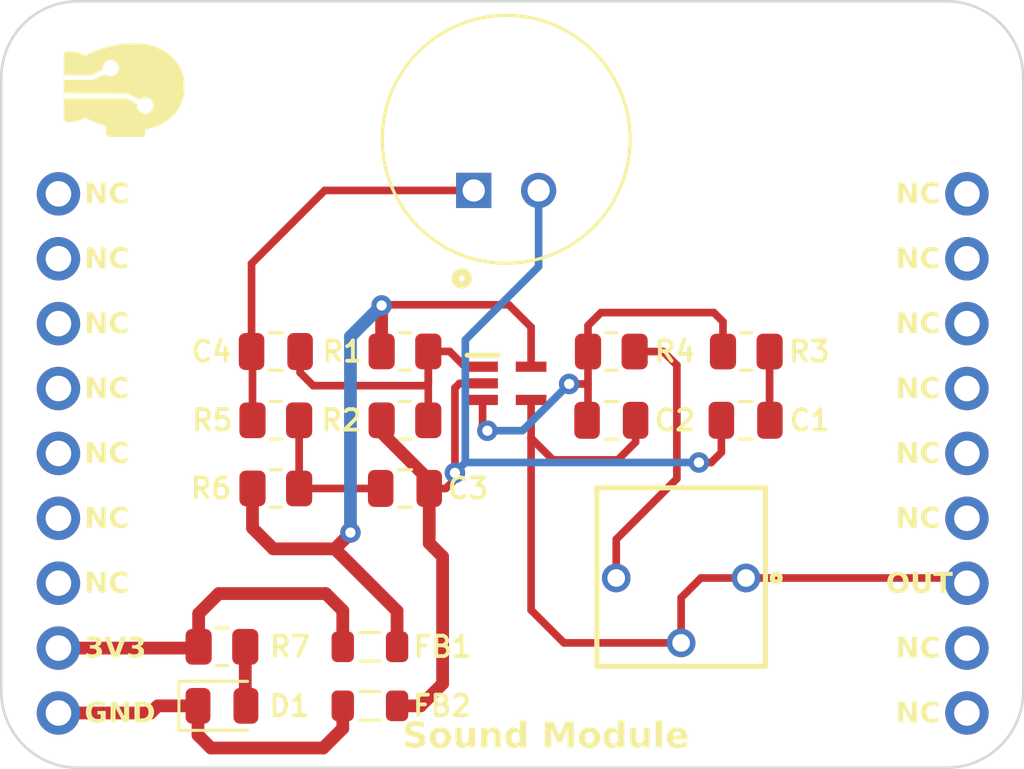
<source format=kicad_pcb>
(kicad_pcb (version 20221018) (generator pcbnew)
  (layers (0 "F.Cu" signal) (31 "B.Cu" signal) (34 "B.Paste" user) (35 "F.Paste" user) (36 "B.SilkS" user "B.Silkscreen") (37 "F.SilkS" user "F.Silkscreen") (38 "B.Mask" user) (39 "F.Mask" user) (44 "Edge.Cuts" user))
  (net 0 "")
  (net 1 "GND")
  (net 2 "Net-(C1-Pad2)")
  (net 3 "OUT")
  (net 4 "Net-(U1-IN-)")
  (net 5 "Net-(C3-Pad2)")
  (net 6 "Net-(U1-IN+)")
  (net 7 "Net-(C4-Pad2)")
  (net 8 "Net-(D1-A)")
  (net 9 "Net-(R4-Pad2)")
  (net 10 "+3V3")
  (net 26 "+3.3VA")
  (net 27 "GND1")
  (footprint "LED_SMD:LED_0805_2012Metric" (layer "F.Cu") (at 48.1838 69.5198)
    (fp_text reference "D1" (at 2.6416 0) (layer "F.SilkS") (effects (font (size 0.8 0.8) (thickness 0.15) bold)))
    (fp_text value "LED" hide)
    (fp_line (start -1.685 -0.96) (end -1.685 0.96) (stroke (width 0.12)) (layer "F.SilkS"))
    (fp_line (start -1.685 0.96) (end 1 0.96) (stroke (width 0.12)) (layer "F.SilkS"))
    (fp_line (start 1 -0.96) (end -1.685 -0.96) (stroke (width 0.12)) (layer "F.SilkS"))
    (pad "1" smd roundrect (at -0.9375 0) (size 0.975 1.4) (layers "F.Cu" "F.Paste" "F.Mask") (net 1 "GND"))
    (pad "2" smd roundrect (at 0.9375 0) (size 0.975 1.4) (layers "F.Cu" "F.Paste" "F.Mask") (net 8 "Net-(D1-A)"))
  )
  (footprint "Resistor_SMD:R_0805_2012Metric" (layer "F.Cu") (at 50.292 58.3438)
    (fp_text reference "R5" (at -2.4892 0) (layer "F.SilkS") (effects (font (size 0.8 0.8) (thickness 0.15) bold)))
    (fp_text value "1k" hide)
    (fp_line (start -0.227064 -0.735) (end 0.227064 -0.735) (stroke (width 0.12)) (layer "F.SilkS"))
    (fp_line (start -0.227064 0.735) (end 0.227064 0.735) (stroke (width 0.12)) (layer "F.SilkS"))
    (pad "1" smd roundrect (at -0.9125 0) (size 1.025 1.4) (layers "F.Cu" "F.Paste" "F.Mask") (roundrect_rratio 0.243902) (net 7 "Net-(C4-Pad2)"))
    (pad "2" smd roundrect (at 0.9125 0) (size 1.025 1.4) (layers "F.Cu" "F.Paste" "F.Mask") (roundrect_rratio 0.243902) (net 5 "Net-(C3-Pad2)"))
  )
  (footprint "Moduler_:pin_header" (layer "F.Cu") (at 59.309 60.1472)
    (fp_text reference "U2" hide)
    (fp_text value "~" hide)
    (fp_text user "NC" (at -16.51 2.54 unlocked) (layer "F.SilkS") (effects (font (size 0.8 0.8) (thickness 0.2) bold) (justify left bottom)))
    (fp_text user "NC" (at 15.24 10.16 unlocked) (layer "F.SilkS") (effects (font (size 0.8 0.8) (thickness 0.2) bold) (justify left bottom)))
    (fp_text user "NC" (at 15.24 -7.62 unlocked) (layer "F.SilkS") (effects (font (size 0.8 0.8) (thickness 0.2) bold) (justify left bottom)))
    (fp_text user "NC" (at 15.24 2.54 unlocked) (layer "F.SilkS") (effects (font (size 0.8 0.8) (thickness 0.2) bold) (justify left bottom)))
    (fp_text user "NC" (at -16.51 -2.54 unlocked) (layer "F.SilkS") (effects (font (size 0.8 0.8) (thickness 0.2) bold) (justify left bottom)))
    (fp_text user "Sound Module" (at -4.064 11.176 unlocked) (layer "F.SilkS") (effects (font (thickness 0.2) bold) (justify left bottom)))
    (fp_text user "NC" (at -16.51 -5.08 unlocked) (layer "F.SilkS") (effects (font (size 0.8 0.8) (thickness 0.2) bold) (justify left bottom)))
    (fp_text user "NC" (at -16.51 -10.16 unlocked) (layer "F.SilkS") (effects (font (size 0.8 0.8) (thickness 0.2) bold) (justify left bottom)))
    (fp_text user "3V3" (at -16.51 7.62 unlocked) (layer "F.SilkS") (effects (font (size 0.8 0.8) (thickness 0.2) bold) (justify left bottom)))
    (fp_text user "NC" (at 15.24 -2.54 unlocked) (layer "F.SilkS") (effects (font (size 0.8 0.8) (thickness 0.2) bold) (justify left bottom)))
    (fp_text user "OUT" (at 14.859 5.08 unlocked) (layer "F.SilkS") (effects (font (size 0.8 0.8) (thickness 0.2) bold) (justify left bottom)))
    (fp_text user "NC" (at 15.24 -5.08 unlocked) (layer "F.SilkS") (effects (font (size 0.8 0.8) (thickness 0.2) bold) (justify left bottom)))
    (fp_text user "NC" (at -16.51 5.08 unlocked) (layer "F.SilkS") (effects (font (size 0.8 0.8) (thickness 0.2) bold) (justify left bottom)))
    (fp_text user "NC" (at -16.51 -7.62 unlocked) (layer "F.SilkS") (effects (font (size 0.8 0.8) (thickness 0.2) bold) (justify left bottom)))
    (fp_text user "NC" (at 15.24 0 unlocked) (layer "F.SilkS") (effects (font (size 0.8 0.8) (thickness 0.2) bold) (justify left bottom)))
    (fp_text user "NC" (at 15.24 -10.16 unlocked) (layer "F.SilkS") (effects (font (size 0.8 0.8) (thickness 0.2) bold) (justify left bottom)))
    (fp_text user "NC" (at 15.24 7.62 unlocked) (layer "F.SilkS") (effects (font (size 0.8 0.8) (thickness 0.2) bold) (justify left bottom)))
    (fp_text user "GND" (at -16.51 10.16 unlocked) (layer "F.SilkS") (effects (font (size 0.8 0.8) (thickness 0.2) bold) (justify left bottom)))
    (fp_text user "NC" (at -16.51 0 unlocked) (layer "F.SilkS") (effects (font (size 0.8 0.8) (thickness 0.2) bold) (justify left bottom)))
    (fp_poly (pts (xy -14.485582 -16.559009) (xy -14.360573 -16.554745) (xy -14.248636 -16.54798) (xy -14.157002 -16.538775) (xy -14.117924 -16.532703) (xy -13.929469 -16.491549) (xy -13.759531 -16.440533) (xy -13.595569 -16.375574) (xy -13.505604 -16.333511) (xy -13.302009 -16.218091) (xy -13.123321 -16.083397) (xy -12.969118 -15.928915) (xy -12.838978 -15.754131) (xy -12.73248 -15.558531) (xy -12.6492 -15.3416) (xy -12.625721 -15.261504) (xy -12.612959 -15.20932) (xy -12.603846 -15.156964) (xy -12.597806 -15.097579) (xy -12.594264 -15.024306) (xy -12.592645 -14.930288) (xy -12.59236 -14.863654) (xy -12.592671 -14.758539) (xy -12.594379 -14.67766) (xy -12.598173 -14.613669) (xy -12.604739 -14.559219) (xy -12.614766 -14.506962) (xy -12.628942 -14.449549) (xy -12.632287 -14.43698) (xy -12.705714 -14.221543) (xy -12.805363 -14.022972) (xy -12.930147 -13.842253) (xy -13.078978 -13.68037) (xy -13.250768 -13.538308) (xy -13.444431 -13.417053) (xy -13.658878 -13.317589) (xy -13.893022 -13.240901) (xy -13.975535 -13.220506) (xy -14.129547 -13.185381) (xy -14.129547 -13.083439) (xy -14.131087 -13.025365) (xy -14.138019 -12.987709) (xy -14.153807 -12.959356) (xy -14.17572 -12.935324) (xy -14.221893 -12.889151) (xy -14.898388 -12.889632) (xy -15.093554 -12.890179) (xy -15.257188 -12.891522) (xy -15.389336 -12.893662) (xy -15.490047 -12.896601) (xy -15.559371 -12.900339) (xy -15.597354 -12.904877) (xy -15.604006 -12.907041) (xy -15.639705 -12.944721) (xy -15.663541 -13.009816) (xy -15.675744 -13.103144) (xy -15.677582 -13.169023) (xy -15.677607 -13.307746) (xy -15.877323 -13.375342) (xy -15.973613 -13.410249) (xy -16.083694 -13.453796) (xy -16.193274 -13.500154) (xy -16.27912 -13.539209) (xy -16.481202 -13.63548) (xy -16.625058 -13.577237) (xy -16.814264 -13.51298) (xy -16.995657 -13.477073) (xy -17.112214 -13.468483) (xy -17.172568 -13.467793) (xy -17.210949 -13.471228) (xy -17.236949 -13.481681) (xy -17.260163 -13.502045) (xy -17.274123 -13.517292) (xy -17.320343 -13.568879) (xy -17.320343 -13.987224) (xy -17.320343 -14.405569) (xy -16.086926 -14.405569) (xy -14.85351 -14.405569) (xy -14.643801 -14.294889) (xy -14.56284 -14.251731) (xy -14.506066 -14.219928) (xy -14.469493 -14.196546) (xy -14.449134 -14.178651) (xy -14.441003 -14.163308) (xy -14.441111 -14.147581) (xy -14.441413 -14.14592) (xy -14.43976 -14.092795) (xy -14.421236 -14.027967) (xy -14.3904 -13.962942) (xy -14.35181 -13.909228) (xy -14.344762 -13.902005) (xy -14.296227 -13.865834) (xy -14.236644 -13.835404) (xy -14.214799 -13.827587) (xy -14.121045 -13.813694) (xy -14.033382 -13.827179) (xy -13.955509 -13.863953) (xy -13.891126 -13.919926) (xy -13.843932 -13.991011) (xy -13.817627 -14.073118) (xy -13.815911 -14.162158) (xy -13.838074 -14.243952) (xy -13.888707 -14.328311) (xy -13.95777 -14.389514) (xy -14.040589 -14.425955) (xy -14.132494 -14.436027) (xy -14.228811 -14.418125) (xy -14.281052 -14.396241) (xy -14.36193 -14.355321) (xy -14.581404 -14.471272) (xy -14.800878 -14.587224) (xy -16.06061 -14.591538) (xy -17.320343 -14.595853) (xy -17.320343 -14.86402) (xy -17.320343 -15.132186) (xy -16.736108 -15.132186) (xy -16.151873 -15.132186) (xy -15.92364 -15.25081) (xy -15.825628 -15.300328) (xy -15.752835 -15.333929) (xy -15.705794 -15.351385) (xy -15.685044 -15.352471) (xy -15.684533 -15.351839) (xy -15.664369 -15.334981) (xy -15.626413 -15.313259) (xy -15.608475 -15.304645) (xy -15.517344 -15.278515) (xy -15.42868 -15.280387) (xy -15.34665 -15.306716) (xy -15.27542 -15.353956) (xy -15.219157 -15.418565) (xy -15.182028 -15.496995) (xy -15.1682 -15.585704) (xy -15.178799 -15.670169) (xy -15.216089 -15.756834) (xy -15.2752 -15.826154) (xy -15.350432 -15.875231) (xy -15.436087 -15.901168) (xy -15.526465 -15.901066) (xy -15.594919 -15.881743) (xy -15.679764 -15.831605) (xy -15.7402 -15.761879) (xy -15.776844 -15.671686) (xy -15.787538 -15.6087) (xy -15.796027 -15.524455) (xy -16.008245 -15.415199) (xy -16.220463 -15.305942) (xy -16.770403 -15.305942) (xy -17.320343 -15.305942) (xy -17.320343 -15.73365) (xy -17.320343 -16.161358) (xy -17.27417 -16.207531) (xy -17.247441 -16.231634) (xy -17.221044 -16.24546) (xy -17.185152 -16.251797) (xy -17.129936 -16.253429) (xy -17.112261 -16.253429) (xy -16.965134 -16.242789) (xy -16.813828 -16.210492) (xy -16.650907 -16.15493) (xy -16.643254 -16.151886) (xy -16.580147 -16.127507) (xy -16.526736 -16.108472) (xy -16.490695 -16.097439) (xy -16.481152 -16.095743) (xy -16.459332 -16.102404) (xy -16.415439 -16.120594) (xy -16.35561 -16.147624) (xy -16.285983 -16.180807) (xy -16.277762 -16.184828) (xy -16.053998 -16.282606) (xy -15.80365 -16.369931) (xy -15.530295 -16.445763) (xy -15.237504 -16.509065) (xy -15.053614 -16.540657) (xy -14.971712 -16.549822) (xy -14.866727 -16.556178) (xy -14.74589 -16.559787) (xy -14.616431 -16.56071)) (fill solid) (layer "F.SilkS"))
    (fp_poly (pts (xy -19.759475 -15.361112) (xy -19.747896 -15.5134) (xy -19.728827 -15.663474) (xy -19.702457 -15.811146) (xy -19.668975 -15.956226) (xy -19.628568 -16.098527) (xy -19.581426 -16.23786) (xy -19.527736 -16.374037) (xy -19.467687 -16.506869) (xy -19.401468 -16.636168) (xy -19.329267 -16.761745) (xy -19.251272 -16.883413) (xy -19.167671 -17.000982) (xy -19.078654 -17.114264) (xy -18.984408 -17.223072) (xy -18.885122 -17.327215) (xy -18.780984 -17.426507) (xy -18.672182 -17.520758) (xy -18.558906 -17.609781) (xy -18.441343 -17.693386) (xy -18.319683 -17.771386) (xy -18.194112 -17.843591) (xy -18.06482 -17.909814) (xy -17.931995 -17.969866) (xy -17.795826 -18.023559) (xy -17.6565 -18.070704) (xy -17.514207 -18.111113) (xy -17.369134 -18.144597) (xy -17.221471 -18.170968) (xy -17.071405 -18.190038) (xy -16.919125 -18.201619) (xy -16.764819 -18.20552) (xy 17.238832 -18.20552) (xy 17.393137 -18.201619) (xy 17.545417 -18.190038) (xy 17.695483 -18.170968) (xy 17.843146 -18.144597) (xy 17.988219 -18.111113) (xy 18.130512 -18.070704) (xy 18.269837 -18.023559) (xy 18.406006 -17.969866) (xy 18.538831 -17.909814) (xy 18.668123 -17.843591) (xy 18.793694 -17.771386) (xy 18.915355 -17.693386) (xy 19.032917 -17.609781) (xy 19.146194 -17.520758) (xy 19.254995 -17.426507) (xy 19.359133 -17.327215) (xy 19.458419 -17.223072) (xy 19.552665 -17.114264) (xy 19.641683 -17.000982) (xy 19.725284 -16.883413) (xy 19.803279 -16.761745) (xy 19.87548 -16.636168) (xy 19.9417 -16.506869) (xy 20.001748 -16.374037) (xy 20.055438 -16.23786) (xy 20.102581 -16.098527) (xy 20.142987 -15.956226) (xy 20.17647 -15.811146) (xy 20.20284 -15.663474) (xy 20.221909 -15.5134) (xy 20.233488 -15.361112) (xy 20.23739 -15.206798) (xy 20.23739 8.797094) (xy 20.233488 8.951408) (xy 20.221909 9.103696) (xy 20.20284 9.25377) (xy 20.17647 9.401441) (xy 20.142987 9.546522) (xy 20.102581 9.688822) (xy 20.055438 9.828155) (xy 20.001748 9.964332) (xy 19.9417 10.097164) (xy 19.87548 10.226463) (xy 19.803279 10.352041) (xy 19.725284 10.473708) (xy 19.641683 10.591278) (xy 19.552665 10.70456) (xy 19.458419 10.813367) (xy 19.359133 10.917511) (xy 19.254995 11.016803) (xy 19.146194 11.111054) (xy 19.032917 11.200077) (xy 18.915355 11.283682) (xy 18.793694 11.361681) (xy 18.668123 11.433887) (xy 18.538831 11.50011) (xy 18.406006 11.560162) (xy 18.269837 11.613855) (xy 18.130512 11.661) (xy 17.988219 11.701409) (xy 17.843146 11.734893) (xy 17.695483 11.761265) (xy 17.545417 11.780334) (xy 17.393137 11.791915) (xy 17.238832 11.795817) (xy -16.764819 11.795817) (xy -16.919125 11.791915) (xy -17.071405 11.780334) (xy -17.221471 11.761265) (xy -17.369134 11.734893) (xy -17.514207 11.701409) (xy -17.6565 11.661) (xy -17.795826 11.613855) (xy -17.931995 11.560162) (xy -18.06482 11.50011) (xy -18.194112 11.433887) (xy -18.319683 11.361681) (xy -18.441343 11.283682) (xy -18.558906 11.200077) (xy -18.672182 11.111054) (xy -18.780984 11.016803) (xy -18.885122 10.917511) (xy -18.984408 10.813367) (xy -19.078654 10.70456) (xy -19.167671 10.591278) (xy -19.251272 10.473708) (xy -19.329267 10.352041) (xy -19.401468 10.226463) (xy -19.467687 10.097164) (xy -19.527736 9.964332) (xy -19.581426 9.828155) (xy -19.628568 9.688822) (xy -19.668975 9.546522) (xy -19.702457 9.401441) (xy -19.728827 9.25377) (xy -19.747896 9.103696) (xy -19.759475 8.951408) (xy -19.763377 8.797094) (xy -19.763377 -15.206798)) (stroke (width 0.1)) (fill none) (layer "Edge.Cuts"))
    (pad "1" thru_hole oval (at -17.526 -10.668) (size 1.7 1.7) (drill 1) (layers "*.Cu" "*.Mask"))
    (pad "2" thru_hole oval (at -17.526 -8.128) (size 1.7 1.7) (drill 1) (layers "*.Cu" "*.Mask"))
    (pad "3" thru_hole oval (at -17.526 -5.588) (size 1.7 1.7) (drill 1) (layers "*.Cu" "*.Mask"))
    (pad "4" thru_hole oval (at -17.526 -3.048) (size 1.7 1.7) (drill 1) (layers "*.Cu" "*.Mask"))
    (pad "5" thru_hole oval (at -17.526 -0.508) (size 1.7 1.7) (drill 1) (layers "*.Cu" "*.Mask"))
    (pad "6" thru_hole oval (at -17.526 2.032) (size 1.7 1.7) (drill 1) (layers "*.Cu" "*.Mask"))
    (pad "7" thru_hole oval (at -17.526 4.572) (size 1.7 1.7) (drill 1) (layers "*.Cu" "*.Mask"))
    (pad "8" thru_hole oval (at -17.526 7.112) (size 1.7 1.7) (drill 1) (layers "*.Cu" "*.Mask") (net 10 "+3V3"))
    (pad "9" thru_hole oval (at -17.526 9.652) (size 1.7 1.7) (drill 1) (layers "*.Cu" "*.Mask") (net 1 "GND"))
    (pad "10" thru_hole oval (at 18.034 9.652) (size 1.7 1.7) (drill 1) (layers "*.Cu" "*.Mask"))
    (pad "11" thru_hole oval (at 18.034 7.112) (size 1.7 1.7) (drill 1) (layers "*.Cu" "*.Mask"))
    (pad "12" thru_hole oval (at 18.034 4.572) (size 1.7 1.7) (drill 1) (layers "*.Cu" "*.Mask") (net 3 "OUT"))
    (pad "13" thru_hole oval (at 18.034 2.032) (size 1.7 1.7) (drill 1) (layers "*.Cu" "*.Mask"))
    (pad "14" thru_hole oval (at 18.034 -0.508) (size 1.7 1.7) (drill 1) (layers "*.Cu" "*.Mask"))
    (pad "15" thru_hole oval (at 18.034 -3.048) (size 1.7 1.7) (drill 1) (layers "*.Cu" "*.Mask"))
    (pad "16" thru_hole oval (at 18.034 -5.588) (size 1.7 1.7) (drill 1) (layers "*.Cu" "*.Mask"))
    (pad "17" thru_hole oval (at 18.034 -8.128) (size 1.7 1.7) (drill 1) (layers "*.Cu" "*.Mask"))
    (pad "18" thru_hole oval (at 18.034 -10.668) (size 1.7 1.7) (drill 1) (layers "*.Cu" "*.Mask"))
  )
  (footprint "meminle:3362P_1" (layer "F.Cu") (at 66.1561 60.9854 180)
    (fp_text reference "RV1" hide)
    (fp_text value "R_Potentiometer" hide)
    (fp_line (start -3.3 -6.99) (end -3.3 0) (stroke (width 0.2)) (layer "F.SilkS"))
    (fp_line (start -3.3 0) (end 3.3 0) (stroke (width 0.2)) (layer "F.SilkS"))
    (fp_line (start 3.3 -6.99) (end -3.3 -6.99) (stroke (width 0.2)) (layer "F.SilkS"))
    (fp_line (start 3.3 0) (end 3.3 -6.99) (stroke (width 0.2)) (layer "F.SilkS"))
    (fp_circle (center -3.722 -3.532) (end -3.722 -3.475) (stroke (width 0.2)) (fill none) (layer "F.SilkS"))
    (pad "1" thru_hole circle (at -2.54 -3.53 180) (size 1.12 1.12) (drill 0.69) (layers "*.Cu" "*.Mask") (net 3 "OUT"))
    (pad "2" thru_hole circle (at 0 -6.07 180) (size 1.12 1.12) (drill 0.69) (layers "*.Cu" "*.Mask") (net 3 "OUT"))
    (pad "3" thru_hole circle (at 2.54 -3.53 180) (size 1.12 1.12) (drill 0.69) (layers "*.Cu" "*.Mask") (net 9 "Net-(R4-Pad2)"))
  )
  (footprint "Resistor_SMD:R_0805_2012Metric" (layer "F.Cu") (at 63.4238 55.6514)
    (fp_text reference "R4" (at 2.4892 0) (layer "F.SilkS") (effects (font (size 0.8 0.8) (thickness 0.15) bold)))
    (fp_text value "22k" hide)
    (fp_line (start -0.227064 -0.735) (end 0.227064 -0.735) (stroke (width 0.12)) (layer "F.SilkS"))
    (fp_line (start -0.227064 0.735) (end 0.227064 0.735) (stroke (width 0.12)) (layer "F.SilkS"))
    (pad "1" smd roundrect (at -0.9125 0) (size 1.025 1.4) (layers "F.Cu" "F.Paste" "F.Mask") (roundrect_rratio 0.243902) (net 4 "Net-(U1-IN-)"))
    (pad "2" smd roundrect (at 0.9125 0) (size 1.025 1.4) (layers "F.Cu" "F.Paste" "F.Mask") (roundrect_rratio 0.243902) (net 9 "Net-(R4-Pad2)"))
  )
  (footprint "Capacitor_SMD:C_0805_2012Metric" (layer "F.Cu") (at 55.3466 61.0108 180)
    (fp_text reference "C3" (at -2.4638 0) (layer "F.SilkS") (effects (font (size 0.8 0.8) (thickness 0.15) bold)))
    (fp_text value "0.1uF" hide)
    (fp_line (start -0.261252 -0.735) (end 0.261252 -0.735) (stroke (width 0.12)) (layer "F.SilkS"))
    (fp_line (start -0.261252 0.735) (end 0.261252 0.735) (stroke (width 0.12)) (layer "F.SilkS"))
    (pad "1" smd roundrect (at -0.95 0 180) (size 1 1.45) (layers "F.Cu" "F.Paste" "F.Mask") (net 27 "GND1"))
    (pad "2" smd roundrect (at 0.95 0 180) (size 1 1.45) (layers "F.Cu" "F.Paste" "F.Mask") (net 5 "Net-(C3-Pad2)"))
  )
  (footprint "Resistor_SMD:R_0805_2012Metric" (layer "F.Cu") (at 50.292 61.0108)
    (fp_text reference "R6" (at -2.54 0) (layer "F.SilkS") (effects (font (size 0.8 0.8) (thickness 0.15) bold)))
    (fp_text value "1k" hide)
    (fp_line (start -0.227064 -0.735) (end 0.227064 -0.735) (stroke (width 0.12)) (layer "F.SilkS"))
    (fp_line (start -0.227064 0.735) (end 0.227064 0.735) (stroke (width 0.12)) (layer "F.SilkS"))
    (pad "1" smd roundrect (at -0.9125 0) (size 1.025 1.4) (layers "F.Cu" "F.Paste" "F.Mask") (roundrect_rratio 0.243902) (net 26 "+3.3VA"))
    (pad "2" smd roundrect (at 0.9125 0) (size 1.025 1.4) (layers "F.Cu" "F.Paste" "F.Mask") (roundrect_rratio 0.243902) (net 5 "Net-(C3-Pad2)"))
  )
  (footprint "Inductor_SMD:L_0805_2012Metric" (layer "F.Cu") (at 53.975 67.2084)
    (fp_text reference "FB1" (at 2.8448 0) (layer "F.SilkS") (effects (font (size 0.8 0.8) (thickness 0.15) bold)))
    (fp_text value "Ferrite" hide)
    (fp_line (start -0.399622 -0.56) (end 0.399622 -0.56) (stroke (width 0.12)) (layer "F.SilkS"))
    (fp_line (start -0.399622 0.56) (end 0.399622 0.56) (stroke (width 0.12)) (layer "F.SilkS"))
    (pad "1" smd roundrect (at -1.0625 0) (size 0.875 1.2) (layers "F.Cu" "F.Paste" "F.Mask") (net 10 "+3V3"))
    (pad "2" smd roundrect (at 1.0625 0) (size 0.875 1.2) (layers "F.Cu" "F.Paste" "F.Mask") (net 26 "+3.3VA"))
  )
  (footprint "CMA4544:MIC_CMA-4544PF-W" (layer "F.Cu") (at 59.309 47.3456 -90)
    (fp_text reference "MK1" hide)
    (fp_text value "CMA-4544PF-W" hide)
    (fp_circle (center 0 0) (end 4.85 0) (stroke (width 0.127)) (fill none) (layer "F.SilkS"))
    (fp_circle (center 5.443 1.741) (end 5.543 1.741) (stroke (width 0.3)) (fill none) (layer "F.SilkS"))
    (pad "1" thru_hole rect (at 2 1.27 270) (size 1.378 1.378) (drill 0.87) (layers "*.Cu" "*.Mask") (net 7 "Net-(C4-Pad2)"))
    (pad "2" thru_hole circle (at 2 -1.27 270) (size 1.378 1.378) (drill 0.87) (layers "*.Cu" "*.Mask") (net 27 "GND1"))
  )
  (footprint "Inductor_SMD:L_0805_2012Metric" (layer "F.Cu") (at 53.975 69.5198)
    (fp_text reference "FB2" (at 2.8194 0) (layer "F.SilkS") (effects (font (size 0.8 0.8) (thickness 0.15) bold)))
    (fp_text value "Ferrite" hide)
    (fp_line (start -0.399622 -0.56) (end 0.399622 -0.56) (stroke (width 0.12)) (layer "F.SilkS"))
    (fp_line (start -0.399622 0.56) (end 0.399622 0.56) (stroke (width 0.12)) (layer "F.SilkS"))
    (pad "1" smd roundrect (at -1.0625 0) (size 0.875 1.2) (layers "F.Cu" "F.Paste" "F.Mask") (net 1 "GND"))
    (pad "2" smd roundrect (at 1.0625 0) (size 0.875 1.2) (layers "F.Cu" "F.Paste" "F.Mask") (net 27 "GND1"))
  )
  (footprint "Resistor_SMD:R_0805_2012Metric" (layer "F.Cu") (at 68.707 55.6514 180)
    (fp_text reference "R3" (at -2.4638 0) (layer "F.SilkS") (effects (font (size 0.8 0.8) (thickness 0.15) bold)))
    (fp_text value "1k" hide)
    (fp_line (start -0.227064 -0.735) (end 0.227064 -0.735) (stroke (width 0.12)) (layer "F.SilkS"))
    (fp_line (start -0.227064 0.735) (end 0.227064 0.735) (stroke (width 0.12)) (layer "F.SilkS"))
    (pad "1" smd roundrect (at -0.9125 0 180) (size 1.025 1.4) (layers "F.Cu" "F.Paste" "F.Mask") (roundrect_rratio 0.243902) (net 2 "Net-(C1-Pad2)"))
    (pad "2" smd roundrect (at 0.9125 0 180) (size 1.025 1.4) (layers "F.Cu" "F.Paste" "F.Mask") (roundrect_rratio 0.243902) (net 4 "Net-(U1-IN-)"))
  )
  (footprint "Capacitor_SMD:C_0805_2012Metric" (layer "F.Cu") (at 68.6816 58.3438)
    (fp_text reference "C1" (at 2.5146 0) (layer "F.SilkS") (effects (font (size 0.8 0.8) (thickness 0.15) bold)))
    (fp_text value "10uF" hide)
    (fp_line (start -0.261252 -0.735) (end 0.261252 -0.735) (stroke (width 0.12)) (layer "F.SilkS"))
    (fp_line (start -0.261252 0.735) (end 0.261252 0.735) (stroke (width 0.12)) (layer "F.SilkS"))
    (pad "1" smd roundrect (at -0.95 0) (size 1 1.45) (layers "F.Cu" "F.Paste" "F.Mask") (net 27 "GND1"))
    (pad "2" smd roundrect (at 0.95 0) (size 1 1.45) (layers "F.Cu" "F.Paste" "F.Mask") (net 2 "Net-(C1-Pad2)"))
  )
  (footprint "meminle:SOT65P210X110-5N" (layer "F.Cu") (at 59.3344 56.896)
    (fp_text reference "U1" hide)
    (fp_text value "MAX4466EXK" hide)
    (fp_line (start -1.55 -1.1) (end -0.35 -1.1) (stroke (width 0.2)) (layer "F.SilkS"))
    (pad "1" smd rect (at -0.95 -0.65 90) (size 0.4 1.2) (layers "F.Cu" "F.Paste" "F.Mask") (net 6 "Net-(U1-IN+)"))
    (pad "2" smd rect (at -0.95 0 90) (size 0.4 1.2) (layers "F.Cu" "F.Paste" "F.Mask") (net 27 "GND1"))
    (pad "3" smd rect (at -0.95 0.65 90) (size 0.4 1.2) (layers "F.Cu" "F.Paste" "F.Mask") (net 4 "Net-(U1-IN-)"))
    (pad "4" smd rect (at 0.95 0.65 90) (size 0.4 1.2) (layers "F.Cu" "F.Paste" "F.Mask") (net 3 "OUT"))
    (pad "5" smd rect (at 0.95 -0.65 90) (size 0.4 1.2) (layers "F.Cu" "F.Paste" "F.Mask") (net 26 "+3.3VA"))
  )
  (footprint "Capacitor_SMD:C_0805_2012Metric" (layer "F.Cu") (at 63.4238 58.3438 180)
    (fp_text reference "C2" (at -2.4892 0) (layer "F.SilkS") (effects (font (size 0.8 0.8) (thickness 0.15) bold)))
    (fp_text value "100pF" hide)
    (fp_line (start -0.261252 -0.735) (end 0.261252 -0.735) (stroke (width 0.12)) (layer "F.SilkS"))
    (fp_line (start -0.261252 0.735) (end 0.261252 0.735) (stroke (width 0.12)) (layer "F.SilkS"))
    (pad "1" smd roundrect (at -0.95 0 180) (size 1 1.45) (layers "F.Cu" "F.Paste" "F.Mask") (net 3 "OUT"))
    (pad "2" smd roundrect (at 0.95 0 180) (size 1 1.45) (layers "F.Cu" "F.Paste" "F.Mask") (net 4 "Net-(U1-IN-)"))
  )
  (footprint "Resistor_SMD:R_0805_2012Metric" (layer "F.Cu") (at 48.1838 67.2084)
    (fp_text reference "R7" (at 2.667 0) (layer "F.SilkS") (effects (font (size 0.8 0.8) (thickness 0.15) bold)))
    (fp_text value "R" hide)
    (fp_line (start -0.227064 -0.735) (end 0.227064 -0.735) (stroke (width 0.12)) (layer "F.SilkS"))
    (fp_line (start -0.227064 0.735) (end 0.227064 0.735) (stroke (width 0.12)) (layer "F.SilkS"))
    (pad "1" smd roundrect (at -0.9125 0) (size 1.025 1.4) (layers "F.Cu" "F.Paste" "F.Mask") (roundrect_rratio 0.243902) (net 10 "+3V3"))
    (pad "2" smd roundrect (at 0.9125 0) (size 1.025 1.4) (layers "F.Cu" "F.Paste" "F.Mask") (roundrect_rratio 0.243902) (net 8 "Net-(D1-A)"))
  )
  (footprint "Resistor_SMD:R_0805_2012Metric" (layer "F.Cu") (at 55.3466 55.6478)
    (fp_text reference "R1" (at -2.4384 0.0036) (layer "F.SilkS") (effects (font (size 0.8 0.8) (thickness 0.15) bold)))
    (fp_text value "1m" hide)
    (fp_line (start -0.227064 -0.735) (end 0.227064 -0.735) (stroke (width 0.12)) (layer "F.SilkS"))
    (fp_line (start -0.227064 0.735) (end 0.227064 0.735) (stroke (width 0.12)) (layer "F.SilkS"))
    (pad "1" smd roundrect (at -0.9125 0) (size 1.025 1.4) (layers "F.Cu" "F.Paste" "F.Mask") (roundrect_rratio 0.243902) (net 26 "+3.3VA"))
    (pad "2" smd roundrect (at 0.9125 0) (size 1.025 1.4) (layers "F.Cu" "F.Paste" "F.Mask") (roundrect_rratio 0.243902) (net 6 "Net-(U1-IN+)"))
  )
  (footprint "Capacitor_SMD:C_0805_2012Metric" (layer "F.Cu") (at 50.292 55.6514 180)
    (fp_text reference "C4" (at 2.5146 0) (layer "F.SilkS") (effects (font (size 0.8 0.8) (thickness 0.15) bold)))
    (fp_text value "0.01uF" hide)
    (fp_line (start -0.261252 -0.735) (end 0.261252 -0.735) (stroke (width 0.12)) (layer "F.SilkS"))
    (fp_line (start -0.261252 0.735) (end 0.261252 0.735) (stroke (width 0.12)) (layer "F.SilkS"))
    (pad "1" smd roundrect (at -0.95 0 180) (size 1 1.45) (layers "F.Cu" "F.Paste" "F.Mask") (net 6 "Net-(U1-IN+)"))
    (pad "2" smd roundrect (at 0.95 0 180) (size 1 1.45) (layers "F.Cu" "F.Paste" "F.Mask") (net 7 "Net-(C4-Pad2)"))
  )
  (footprint "Resistor_SMD:R_0805_2012Metric" (layer "F.Cu") (at 55.3466 58.3438 180)
    (fp_text reference "R2" (at 2.4892 0) (layer "F.SilkS") (effects (font (size 0.8 0.8) (thickness 0.15) bold)))
    (fp_text value "1m" hide)
    (fp_line (start -0.227064 -0.735) (end 0.227064 -0.735) (stroke (width 0.12)) (layer "F.SilkS"))
    (fp_line (start -0.227064 0.735) (end 0.227064 0.735) (stroke (width 0.12)) (layer "F.SilkS"))
    (pad "1" smd roundrect (at -0.9125 0 180) (size 1.025 1.4) (layers "F.Cu" "F.Paste" "F.Mask") (roundrect_rratio 0.243902) (net 6 "Net-(U1-IN+)"))
    (pad "2" smd roundrect (at 0.9125 0 180) (size 1.025 1.4) (layers "F.Cu" "F.Paste" "F.Mask") (roundrect_rratio 0.243902) (net 27 "GND1"))
  )
  (segment (start 47.2463 70.6651) (end 47.752 71.1708) (width 0.5) (layer "F.Cu") (net 1))
  (segment (start 45.6692 69.5198) (end 47.2463 69.5198) (width 0.5) (layer "F.Cu") (net 1))
  (segment (start 52.9125 70.4045) (end 52.9125 69.5198) (width 0.5) (layer "F.Cu") (net 1))
  (segment (start 52.1462 71.1708) (end 52.9125 70.4045) (width 0.5) (layer "F.Cu") (net 1))
  (segment (start 41.783 69.7992) (end 45.3898 69.7992) (width 0.5) (layer "F.Cu") (net 1))
  (segment (start 47.2463 69.5198) (end 47.2463 70.6651) (width 0.5) (layer "F.Cu") (net 1))
  (segment (start 45.3898 69.7992) (end 45.6692 69.5198) (width 0.5) (layer "F.Cu") (net 1))
  (segment (start 47.752 71.1708) (end 52.1462 71.1708) (width 0.5) (layer "F.Cu") (net 1))
  (segment (start 69.6195 55.6514) (end 69.6195 58.3317) (width 0.3) (layer "F.Cu") (net 2))
  (segment (start 69.6195 58.3317) (end 69.6316 58.3438) (width 0.3) (layer "F.Cu") (net 2))
  (segment (start 66.1561 67.0554) (end 66.1561 65.2889) (width 0.3) (layer "F.Cu") (net 3))
  (segment (start 61.1378 59.8932) (end 60.2844 59.0398) (width 0.3) (layer "F.Cu") (net 3))
  (segment (start 66.9296 64.5154) (end 68.6961 64.5154) (width 0.3) (layer "F.Cu") (net 3))
  (segment (start 60.2844 59.0398) (end 60.2844 57.546) (width 0.3) (layer "F.Cu") (net 3))
  (segment (start 66.1561 67.0554) (end 61.569 67.0554) (width 0.3) (layer "F.Cu") (net 3))
  (segment (start 68.6961 64.5154) (end 77.1392 64.5154) (width 0.3) (layer "F.Cu") (net 3))
  (segment (start 63.6778 59.8932) (end 61.1378 59.8932) (width 0.3) (layer "F.Cu") (net 3))
  (segment (start 64.3738 59.1972) (end 63.6778 59.8932) (width 0.3) (layer "F.Cu") (net 3))
  (segment (start 77.1392 64.5154) (end 77.343 64.7192) (width 0.3) (layer "F.Cu") (net 3))
  (segment (start 64.3738 58.3438) (end 64.3738 59.1972) (width 0.3) (layer "F.Cu") (net 3))
  (segment (start 60.2844 65.7708) (end 60.2844 59.0398) (width 0.3) (layer "F.Cu") (net 3))
  (segment (start 61.569 67.0554) (end 60.2844 65.7708) (width 0.3) (layer "F.Cu") (net 3))
  (segment (start 66.1561 65.2889) (end 66.9296 64.5154) (width 0.3) (layer "F.Cu") (net 3))
  (segment (start 58.3844 58.5622) (end 58.5724 58.7502) (width 0.3) (layer "F.Cu") (net 4))
  (segment (start 61.7728 56.9214) (end 62.5113 56.9214) (width 0.3) (layer "F.Cu") (net 4))
  (segment (start 58.3844 57.546) (end 58.3844 58.5622) (width 0.3) (layer "F.Cu") (net 4))
  (segment (start 62.5113 55.6514) (end 62.5113 54.6335) (width 0.3) (layer "F.Cu") (net 4))
  (segment (start 67.7945 54.4849) (end 67.7945 55.6514) (width 0.3) (layer "F.Cu") (net 4))
  (segment (start 62.5113 58.3063) (end 62.4738 58.3438) (width 0.3) (layer "F.Cu") (net 4))
  (segment (start 67.437 54.1274) (end 67.7945 54.4849) (width 0.3) (layer "F.Cu") (net 4))
  (segment (start 62.5113 54.6335) (end 63.0174 54.1274) (width 0.3) (layer "F.Cu") (net 4))
  (segment (start 62.5113 55.6514) (end 62.5113 58.3063) (width 0.3) (layer "F.Cu") (net 4))
  (segment (start 63.0174 54.1274) (end 67.437 54.1274) (width 0.3) (layer "F.Cu") (net 4))
  (via (at 58.5724 58.7502) (size 0.8) (drill 0.4) (layers "F.Cu" "B.Cu") (net 4))
  (via (at 61.7728 56.9214) (size 0.8) (drill 0.4) (layers "F.Cu" "B.Cu") (net 4))
  (segment (start 61.7728 56.9214) (end 59.944 58.7502) (width 0.3) (layer "B.Cu") (net 4))
  (segment (start 59.944 58.7502) (end 58.5724 58.7502) (width 0.3) (layer "B.Cu") (net 4))
  (segment (start 51.2045 58.3438) (end 51.2045 61.0108) (width 0.3) (layer "F.Cu") (net 5))
  (segment (start 51.2045 61.0108) (end 54.3966 61.0108) (width 0.3) (layer "F.Cu") (net 5))
  (segment (start 56.2591 55.6478) (end 56.2591 56.896) (width 0.3) (layer "F.Cu") (net 6))
  (segment (start 57.6938 56.246) (end 57.0956 55.6478) (width 0.3) (layer "F.Cu") (net 6))
  (segment (start 58.3844 56.246) (end 57.6938 56.246) (width 0.3) (layer "F.Cu") (net 6))
  (segment (start 51.242 56.4744) (end 51.242 55.6514) (width 0.3) (layer "F.Cu") (net 6))
  (segment (start 56.2591 56.896) (end 56.1677 56.9874) (width 0.3) (layer "F.Cu") (net 6))
  (segment (start 56.2591 55.6478) (end 56.2591 58.3438) (width 0.3) (layer "F.Cu") (net 6))
  (segment (start 51.755 56.9874) (end 51.242 56.4744) (width 0.3) (layer "F.Cu") (net 6))
  (segment (start 57.0956 55.6478) (end 56.2591 55.6478) (width 0.3) (layer "F.Cu") (net 6))
  (segment (start 56.1677 56.9874) (end 51.755 56.9874) (width 0.3) (layer "F.Cu") (net 6))
  (segment (start 52.2036 49.3456) (end 58.039 49.3456) (width 0.3) (layer "F.Cu") (net 7))
  (segment (start 49.342 52.2072) (end 52.2036 49.3456) (width 0.3) (layer "F.Cu") (net 7))
  (segment (start 49.3795 55.6889) (end 49.342 55.6514) (width 0.5) (layer "F.Cu") (net 7))
  (segment (start 49.3795 58.3438) (end 49.3795 55.6889) (width 0.3) (layer "F.Cu") (net 7))
  (segment (start 49.342 55.6514) (end 49.342 52.2072) (width 0.3) (layer "F.Cu") (net 7))
  (segment (start 49.0963 69.4948) (end 49.1213 69.5198) (width 0.5) (layer "F.Cu") (net 8))
  (segment (start 49.0963 67.2084) (end 49.0963 69.4948) (width 0.5) (layer "F.Cu") (net 8))
  (segment (start 65.9892 56.1848) (end 65.9892 60.6298) (width 0.3) (layer "F.Cu") (net 9))
  (segment (start 63.6161 63.0029) (end 63.6161 64.5154) (width 0.3) (layer "F.Cu") (net 9))
  (segment (start 65.9892 60.6298) (end 63.6161 63.0029) (width 0.3) (layer "F.Cu") (net 9))
  (segment (start 65.4558 55.6514) (end 65.9892 56.1848) (width 0.3) (layer "F.Cu") (net 9))
  (segment (start 64.3363 55.6514) (end 65.4558 55.6514) (width 0.3) (layer "F.Cu") (net 9))
  (segment (start 52.9125 65.7903) (end 52.9125 67.2084) (width 0.5) (layer "F.Cu") (net 10))
  (segment (start 47.2713 65.9111) (end 48.0568 65.1256) (width 0.5) (layer "F.Cu") (net 10))
  (segment (start 47.2205 67.2592) (end 47.2713 67.2084) (width 0.5) (layer "F.Cu") (net 10))
  (segment (start 52.2478 65.1256) (end 52.9125 65.7903) (width 0.5) (layer "F.Cu") (net 10))
  (segment (start 47.2713 67.2084) (end 47.2713 65.9111) (width 0.5) (layer "F.Cu") (net 10))
  (segment (start 48.0568 65.1256) (end 52.2478 65.1256) (width 0.5) (layer "F.Cu") (net 10))
  (segment (start 41.783 67.2592) (end 47.2205 67.2592) (width 0.5) (layer "F.Cu") (net 10))
  (segment (start 52.6034 63.373) (end 50.1904 63.373) (width 0.5) (layer "F.Cu") (net 26))
  (segment (start 52.6034 63.373) (end 53.213 62.7634) (width 0.5) (layer "F.Cu") (net 26))
  (segment (start 53.213 62.7634) (end 53.213 62.738) (width 0.5) (layer "F.Cu") (net 26))
  (segment (start 49.3795 62.5621) (end 49.3795 61.0108) (width 0.5) (layer "F.Cu") (net 26))
  (segment (start 55.0375 65.8071) (end 52.6034 63.373) (width 0.5) (layer "F.Cu") (net 26))
  (segment (start 60.2844 56.246) (end 60.2844 54.6964) (width 0.3) (layer "F.Cu") (net 26))
  (segment (start 60.2844 54.6964) (end 59.4106 53.8226) (width 0.3) (layer "F.Cu") (net 26))
  (segment (start 55.0375 67.2084) (end 55.0375 65.8071) (width 0.5) (layer "F.Cu") (net 26))
  (segment (start 50.1904 63.373) (end 49.3795 62.5621) (width 0.5) (layer "F.Cu") (net 26))
  (segment (start 54.4322 55.6459) (end 54.4341 55.6478) (width 0.5) (layer "F.Cu") (net 26))
  (segment (start 54.4322 53.848) (end 54.4322 55.6459) (width 0.5) (layer "F.Cu") (net 26))
  (segment (start 59.4106 53.8226) (end 54.4576 53.8226) (width 0.3) (layer "F.Cu") (net 26))
  (segment (start 54.4576 53.8226) (end 54.4322 53.848) (width 0.3) (layer "F.Cu") (net 26))
  (via (at 53.213 62.738) (size 0.8) (drill 0.4) (layers "F.Cu" "B.Cu") (net 26))
  (via (at 54.4322 53.848) (size 0.8) (drill 0.4) (layers "F.Cu" "B.Cu") (net 26))
  (segment (start 53.213 55.0672) (end 53.213 62.738) (width 0.5) (layer "B.Cu") (net 26))
  (segment (start 54.4322 53.848) (end 53.213 55.0672) (width 0.5) (layer "B.Cu") (net 26))
  (segment (start 57.4844 56.896) (end 57.3024 57.078) (width 0.3) (layer "F.Cu") (net 27))
  (segment (start 56.8198 68.6562) (end 56.8198 63.6778) (width 0.5) (layer "F.Cu") (net 27))
  (segment (start 56.9468 61.0108) (end 56.2966 61.0108) (width 0.3) (layer "F.Cu") (net 27))
  (segment (start 67.3354 59.9948) (end 67.7316 59.5986) (width 0.3) (layer "F.Cu") (net 27))
  (segment (start 55.0375 69.5198) (end 55.9562 69.5198) (width 0.5) (layer "F.Cu") (net 27))
  (segment (start 54.4341 58.8283) (end 54.4341 58.3438) (width 0.5) (layer "F.Cu") (net 27))
  (segment (start 56.8198 63.6778) (end 56.2966 63.1546) (width 0.5) (layer "F.Cu") (net 27))
  (segment (start 58.3844 56.896) (end 57.4844 56.896) (width 0.3) (layer "F.Cu") (net 27))
  (segment (start 57.3024 57.078) (end 57.3024 60.6552) (width 0.3) (layer "F.Cu") (net 27))
  (segment (start 57.3024 60.6552) (end 56.9468 61.0108) (width 0.3) (layer "F.Cu") (net 27))
  (segment (start 57.3024 60.6552) (end 57.3024 60.4012) (width 0.3) (layer "F.Cu") (net 27))
  (segment (start 56.2966 60.6908) (end 54.4341 58.8283) (width 0.5) (layer "F.Cu") (net 27))
  (segment (start 56.2966 63.1546) (end 56.2966 61.0108) (width 0.5) (layer "F.Cu") (net 27))
  (segment (start 67.7316 59.5986) (end 67.7316 58.3438) (width 0.3) (layer "F.Cu") (net 27))
  (segment (start 55.9562 69.5198) (end 56.8198 68.6562) (width 0.5) (layer "F.Cu") (net 27))
  (segment (start 66.8528 59.9948) (end 67.3354 59.9948) (width 0.3) (layer "F.Cu") (net 27))
  (segment (start 56.2966 61.0108) (end 56.2966 60.6908) (width 0.5) (layer "F.Cu") (net 27))
  (via (at 57.3024 60.4012) (size 0.8) (drill 0.4) (layers "F.Cu" "B.Cu") (net 27))
  (via (at 66.8528 59.9948) (size 0.8) (drill 0.4) (layers "F.Cu" "B.Cu") (net 27))
  (segment (start 57.7088 55.1942) (end 60.579 52.324) (width 0.3) (layer "B.Cu") (net 27))
  (segment (start 57.7088 59.9948) (end 57.7088 55.1942) (width 0.3) (layer "B.Cu") (net 27))
  (segment (start 57.3024 60.4012) (end 57.7088 59.9948) (width 0.3) (layer "B.Cu") (net 27))
  (segment (start 57.7088 59.9948) (end 66.8528 59.9948) (width 0.3) (layer "B.Cu") (net 27))
  (segment (start 60.579 52.324) (end 60.579 49.3456) (width 0.3) (layer "B.Cu") (net 27))
)
</source>
